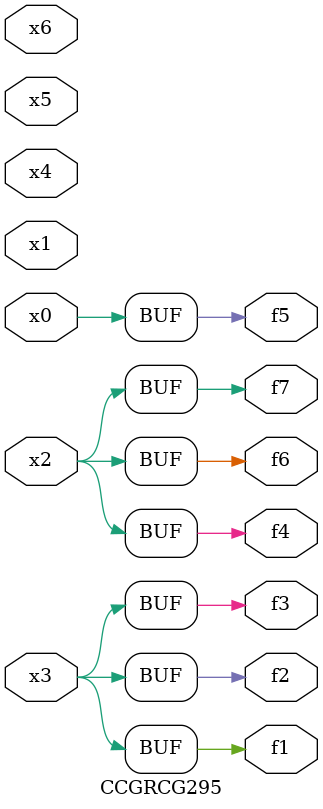
<source format=v>
module CCGRCG295(
	input x0, x1, x2, x3, x4, x5, x6,
	output f1, f2, f3, f4, f5, f6, f7
);
	assign f1 = x3;
	assign f2 = x3;
	assign f3 = x3;
	assign f4 = x2;
	assign f5 = x0;
	assign f6 = x2;
	assign f7 = x2;
endmodule

</source>
